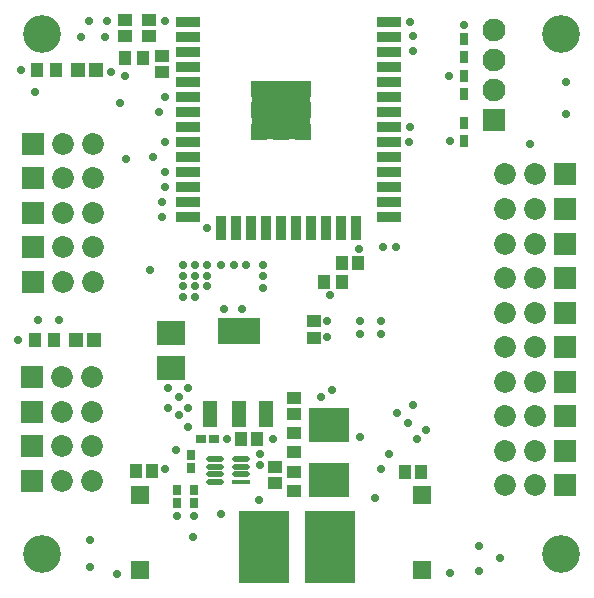
<source format=gts>
G04*
G04 #@! TF.GenerationSoftware,Altium Limited,Altium Designer,24.6.1 (21)*
G04*
G04 Layer_Color=65535*
%FSLAX42Y42*%
%MOMM*%
G71*
G04*
G04 #@! TF.SameCoordinates,A6C07601-EB4F-4E80-B680-5A307C7D7090*
G04*
G04*
G04 #@! TF.FilePolarity,Negative*
G04*
G01*
G75*
%ADD22R,5.00X5.00*%
%ADD23R,1.33X1.33*%
%ADD24R,2.00X0.90*%
%ADD25R,0.90X2.00*%
G04:AMPARAMS|DCode=31|XSize=1.51mm|YSize=0.45mm|CornerRadius=0.23mm|HoleSize=0mm|Usage=FLASHONLY|Rotation=180.000|XOffset=0mm|YOffset=0mm|HoleType=Round|Shape=RoundedRectangle|*
%AMROUNDEDRECTD31*
21,1,1.51,0.00,0,0,180.0*
21,1,1.05,0.45,0,0,180.0*
1,1,0.45,-0.53,0.00*
1,1,0.45,0.53,0.00*
1,1,0.45,0.53,0.00*
1,1,0.45,-0.53,0.00*
%
%ADD31ROUNDEDRECTD31*%
%ADD32R,1.51X0.45*%
%ADD36R,0.80X1.00*%
%ADD37R,0.98X1.19*%
%ADD38R,1.10X1.15*%
%ADD39R,2.43X2.00*%
%ADD40R,1.15X1.15*%
%ADD41R,3.40X2.85*%
%ADD42R,1.15X2.20*%
%ADD43R,3.60X2.20*%
%ADD44R,1.60X1.55*%
%ADD45R,1.19X0.98*%
%ADD46R,4.20X6.20*%
%ADD47R,1.15X1.10*%
%ADD48R,0.80X0.90*%
%ADD49R,0.90X0.80*%
%ADD50C,1.85*%
%ADD51R,1.85X1.85*%
%ADD52C,1.93*%
%ADD53R,1.93X1.93*%
%ADD54C,0.70*%
%ADD55C,3.20*%
D22*
X2326Y4056D02*
D03*
D23*
X2509D02*
D03*
X2326Y4239D02*
D03*
X2142Y4056D02*
D03*
Y4239D02*
D03*
X2509D02*
D03*
X2326Y3872D02*
D03*
X2142D02*
D03*
X2509D02*
D03*
D24*
X1538Y4806D02*
D03*
Y4679D02*
D03*
Y4552D02*
D03*
Y4425D02*
D03*
Y4298D02*
D03*
Y4171D02*
D03*
Y4044D02*
D03*
Y3917D02*
D03*
Y3790D02*
D03*
Y3663D02*
D03*
Y3536D02*
D03*
Y3409D02*
D03*
Y3282D02*
D03*
Y3155D02*
D03*
X3238D02*
D03*
Y3282D02*
D03*
Y3409D02*
D03*
Y3536D02*
D03*
Y3663D02*
D03*
Y3790D02*
D03*
Y3917D02*
D03*
Y4044D02*
D03*
Y4171D02*
D03*
Y4298D02*
D03*
Y4425D02*
D03*
Y4552D02*
D03*
Y4679D02*
D03*
Y4806D02*
D03*
D25*
X1816Y3055D02*
D03*
X1943D02*
D03*
X2070D02*
D03*
X2197D02*
D03*
X2324D02*
D03*
X2451D02*
D03*
X2578D02*
D03*
X2705D02*
D03*
X2832D02*
D03*
X2959D02*
D03*
D31*
X1770Y906D02*
D03*
Y971D02*
D03*
Y1036D02*
D03*
Y1101D02*
D03*
X1990D02*
D03*
Y1036D02*
D03*
Y971D02*
D03*
D32*
Y906D02*
D03*
D36*
X3874Y4661D02*
D03*
Y4508D02*
D03*
Y4343D02*
D03*
Y4191D02*
D03*
Y3797D02*
D03*
Y3950D02*
D03*
D37*
X2981Y2758D02*
D03*
X2841D02*
D03*
X3372Y991D02*
D03*
X3512D02*
D03*
X1098Y1003D02*
D03*
X1238D02*
D03*
X2127Y1270D02*
D03*
X1987D02*
D03*
D38*
X2844Y2603D02*
D03*
X2694D02*
D03*
X405Y2113D02*
D03*
X245D02*
D03*
X1155Y4496D02*
D03*
X1005D02*
D03*
X423Y4394D02*
D03*
X263D02*
D03*
D39*
X1397Y1873D02*
D03*
Y2165D02*
D03*
D40*
X743Y2113D02*
D03*
X593D02*
D03*
X611Y4392D02*
D03*
X761D02*
D03*
D41*
X2731Y1391D02*
D03*
Y921D02*
D03*
D42*
X1727Y1486D02*
D03*
X1968D02*
D03*
X2197D02*
D03*
D43*
X1968Y2184D02*
D03*
D44*
X3518Y165D02*
D03*
Y800D02*
D03*
X1130D02*
D03*
Y165D02*
D03*
D45*
X2603Y2127D02*
D03*
Y2267D02*
D03*
X1321Y4375D02*
D03*
Y4515D02*
D03*
X2438Y1479D02*
D03*
Y1619D02*
D03*
X2273Y895D02*
D03*
Y1035D02*
D03*
X1003Y4820D02*
D03*
Y4680D02*
D03*
X1206Y4820D02*
D03*
Y4680D02*
D03*
D46*
X2743Y356D02*
D03*
X2184D02*
D03*
D47*
X2438Y1325D02*
D03*
Y1165D02*
D03*
Y994D02*
D03*
Y834D02*
D03*
D48*
X1588Y842D02*
D03*
Y732D02*
D03*
X1562Y1135D02*
D03*
Y1024D02*
D03*
X1448Y842D02*
D03*
Y732D02*
D03*
D49*
X1647Y1270D02*
D03*
X1757D02*
D03*
D50*
X737Y3188D02*
D03*
X483D02*
D03*
X737Y2603D02*
D03*
X483D02*
D03*
X470Y918D02*
D03*
Y1795D02*
D03*
Y1503D02*
D03*
Y1210D02*
D03*
X4480Y2342D02*
D03*
X483Y2896D02*
D03*
X4480Y3218D02*
D03*
Y1466D02*
D03*
X483Y3772D02*
D03*
Y3480D02*
D03*
X4480Y882D02*
D03*
Y1174D02*
D03*
Y3511D02*
D03*
Y2634D02*
D03*
Y2050D02*
D03*
Y1758D02*
D03*
Y2926D02*
D03*
X724Y918D02*
D03*
X4226Y1174D02*
D03*
Y2050D02*
D03*
X724Y1503D02*
D03*
Y1210D02*
D03*
Y1795D02*
D03*
X4226Y882D02*
D03*
Y1466D02*
D03*
Y1758D02*
D03*
Y2342D02*
D03*
Y2634D02*
D03*
Y2926D02*
D03*
Y3218D02*
D03*
Y3511D02*
D03*
X737Y2896D02*
D03*
Y3772D02*
D03*
Y3480D02*
D03*
D51*
X229Y3188D02*
D03*
Y2603D02*
D03*
X4734Y1466D02*
D03*
Y2342D02*
D03*
Y3218D02*
D03*
X229Y2896D02*
D03*
X4734Y1174D02*
D03*
Y3511D02*
D03*
X229Y3772D02*
D03*
X216Y1503D02*
D03*
Y1210D02*
D03*
X4734Y2050D02*
D03*
Y2634D02*
D03*
X229Y3480D02*
D03*
X4734Y882D02*
D03*
Y1758D02*
D03*
Y2926D02*
D03*
X216Y1795D02*
D03*
Y918D02*
D03*
D52*
X4128Y4229D02*
D03*
Y4483D02*
D03*
Y4737D02*
D03*
D53*
Y3975D02*
D03*
D54*
X2999Y1285D02*
D03*
X4181Y268D02*
D03*
X1016Y3645D02*
D03*
X3305Y1493D02*
D03*
X3175Y2159D02*
D03*
X2997D02*
D03*
X3175Y2273D02*
D03*
X2997D02*
D03*
X1439Y1178D02*
D03*
X2743Y2489D02*
D03*
X4432Y3772D02*
D03*
X1321Y3277D02*
D03*
Y3150D02*
D03*
X3124Y775D02*
D03*
X3239Y1143D02*
D03*
X1219Y2705D02*
D03*
X1245Y3658D02*
D03*
X2718Y2134D02*
D03*
X1295Y4039D02*
D03*
X3759Y140D02*
D03*
X3416Y3912D02*
D03*
X3414Y3787D02*
D03*
X3759Y3797D02*
D03*
X3302Y2896D02*
D03*
X3556Y1346D02*
D03*
X3480Y1270D02*
D03*
X1842Y2375D02*
D03*
X1994D02*
D03*
X2984Y2883D02*
D03*
X2718Y2273D02*
D03*
X1346Y2210D02*
D03*
Y2121D02*
D03*
X1435D02*
D03*
Y2210D02*
D03*
X2756Y1689D02*
D03*
X3442Y1562D02*
D03*
X3188Y2896D02*
D03*
X4737Y4293D02*
D03*
Y4026D02*
D03*
X967Y4117D02*
D03*
X243Y4206D02*
D03*
X446Y2275D02*
D03*
X269D02*
D03*
X2136Y751D02*
D03*
X711Y419D02*
D03*
Y190D02*
D03*
X1818Y637D02*
D03*
X1577Y446D02*
D03*
X4001Y152D02*
D03*
Y368D02*
D03*
X1372Y1702D02*
D03*
Y1537D02*
D03*
X1460Y1626D02*
D03*
Y1473D02*
D03*
X1346Y1016D02*
D03*
X2667Y1626D02*
D03*
X1702Y3061D02*
D03*
X940Y127D02*
D03*
X1448Y622D02*
D03*
X1588D02*
D03*
X2146Y1143D02*
D03*
X2259Y1269D02*
D03*
X1537Y1372D02*
D03*
Y1537D02*
D03*
Y1702D02*
D03*
X3404Y1410D02*
D03*
X102Y2108D02*
D03*
X2831Y1476D02*
D03*
Y1396D02*
D03*
Y1316D02*
D03*
X2631Y1476D02*
D03*
X2731D02*
D03*
Y1396D02*
D03*
Y1316D02*
D03*
X2631Y1396D02*
D03*
Y1316D02*
D03*
X2504Y3868D02*
D03*
X2324Y3871D02*
D03*
X2141D02*
D03*
X2504Y4054D02*
D03*
X2324Y4056D02*
D03*
X2141D02*
D03*
X2504Y4237D02*
D03*
X2324Y4239D02*
D03*
X2141D02*
D03*
X838Y4674D02*
D03*
X1003Y4343D02*
D03*
X889Y4381D02*
D03*
X1499Y2476D02*
D03*
Y2565D02*
D03*
Y2654D02*
D03*
Y2743D02*
D03*
X3416Y4801D02*
D03*
X1346Y4813D02*
D03*
X635Y4674D02*
D03*
X699Y4813D02*
D03*
X851D02*
D03*
X127Y4394D02*
D03*
X3874Y4775D02*
D03*
X3175Y1016D02*
D03*
X1600Y2743D02*
D03*
X1702D02*
D03*
X1930D02*
D03*
X1816D02*
D03*
X2172D02*
D03*
X1600Y2476D02*
D03*
X1702Y2565D02*
D03*
X2172Y2553D02*
D03*
Y2654D02*
D03*
X1600Y2565D02*
D03*
X2032Y2743D02*
D03*
X1600Y2654D02*
D03*
X1702D02*
D03*
X2146Y1054D02*
D03*
X1346Y3785D02*
D03*
Y3404D02*
D03*
Y3531D02*
D03*
Y4166D02*
D03*
X2743Y356D02*
D03*
X2633Y566D02*
D03*
X2743D02*
D03*
X2853D02*
D03*
X2633Y456D02*
D03*
X2743D02*
D03*
X2853D02*
D03*
X2633Y356D02*
D03*
X2853D02*
D03*
X2633Y256D02*
D03*
X2743D02*
D03*
X2853D02*
D03*
X2633Y146D02*
D03*
X2743D02*
D03*
X2853D02*
D03*
X1867Y1270D02*
D03*
X3442Y4559D02*
D03*
X3747Y4343D02*
D03*
X3442Y4686D02*
D03*
X2294Y146D02*
D03*
X2184D02*
D03*
X2074D02*
D03*
X2294Y256D02*
D03*
X2184D02*
D03*
X2074D02*
D03*
X2294Y356D02*
D03*
X2074D02*
D03*
X2294Y456D02*
D03*
X2184D02*
D03*
X2074D02*
D03*
X2294Y566D02*
D03*
X2184D02*
D03*
X2074D02*
D03*
X2184Y356D02*
D03*
D55*
X300Y4700D02*
D03*
Y300D02*
D03*
X4700D02*
D03*
Y4700D02*
D03*
M02*

</source>
